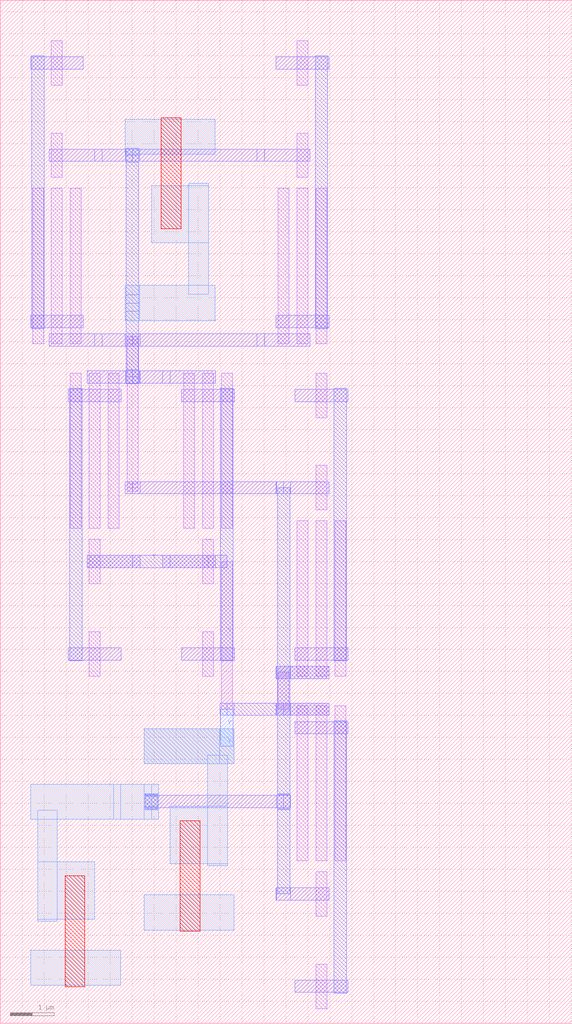
<source format=lef>
MACRO ANALOG
  ORIGIN 0 0 ;
  FOREIGN ANALOG 0 0 ;
  SIZE 13.02 BY 23.27 ;
  PIN Y
    DIRECTION INOUT ;
    USE SIGNAL ;
    PORT 
      LAYER M4 ;
        RECT 3.275 5.9 5.325 6.7 ;
      LAYER M2 ;
        RECT 6.28 7 7.48 7.28 ;
      LAYER M2 ;
        RECT 6.28 7.84 7.48 8.12 ;
      LAYER M2 ;
        RECT 6.29 7 6.61 7.28 ;
      LAYER M1 ;
        RECT 6.325 7.14 6.575 7.98 ;
      LAYER M2 ;
        RECT 6.29 7.84 6.61 8.12 ;
      LAYER M2 ;
        RECT 3.7 10.36 4.9 10.64 ;
      LAYER M2 ;
        RECT 1.98 10.36 3.18 10.64 ;
      LAYER M4 ;
        RECT 4.995 5.9 5.325 6.7 ;
      LAYER M3 ;
        RECT 5.02 6.3 5.3 7.14 ;
      LAYER M2 ;
        RECT 5.16 7 6.45 7.28 ;
      LAYER M2 ;
        RECT 5 7 5.32 7.28 ;
      LAYER M1 ;
        RECT 5.035 7.14 5.285 10.5 ;
      LAYER M2 ;
        RECT 4.73 10.36 5.16 10.64 ;
      LAYER M2 ;
        RECT 3.01 10.36 3.87 10.64 ;
    END
  END Y
  OBS 
  LAYER M4 ;
        RECT 0.695 4.64 2.745 5.44 ;
  LAYER M2 ;
        RECT 6.28 2.8 7.48 3.08 ;
  LAYER M2 ;
        RECT 6.28 12.04 7.48 12.32 ;
  LAYER M2 ;
        RECT 6.29 2.8 6.61 3.08 ;
  LAYER M3 ;
        RECT 6.31 2.94 6.59 12.18 ;
  LAYER M2 ;
        RECT 6.29 12.04 6.61 12.32 ;
  LAYER M2 ;
        RECT 1.12 15.4 2.32 15.68 ;
  LAYER M2 ;
        RECT 5.85 15.4 7.05 15.68 ;
  LAYER M4 ;
        RECT 2.58 4.64 3.44 5.44 ;
  LAYER M3 ;
        RECT 3.3 4.919 3.58 5.161 ;
  LAYER M2 ;
        RECT 3.44 4.9 6.45 5.18 ;
  LAYER M3 ;
        RECT 6.31 4.855 6.59 5.225 ;
  LAYER M2 ;
        RECT 3.01 12.04 6.45 12.32 ;
  LAYER M1 ;
        RECT 2.885 12.18 3.135 15.54 ;
  LAYER M2 ;
        RECT 2.15 15.4 3.01 15.68 ;
  LAYER M2 ;
        RECT 3.01 15.4 6.02 15.68 ;
  LAYER M2 ;
        RECT 3.28 4.9 3.6 5.18 ;
  LAYER M3 ;
        RECT 3.3 4.88 3.58 5.2 ;
  LAYER M2 ;
        RECT 6.29 4.9 6.61 5.18 ;
  LAYER M3 ;
        RECT 6.31 4.88 6.59 5.2 ;
  LAYER M3 ;
        RECT 3.3 4.855 3.58 5.225 ;
  LAYER M4 ;
        RECT 3.275 4.64 3.605 5.44 ;
  LAYER M2 ;
        RECT 6.29 4.9 6.61 5.18 ;
  LAYER M3 ;
        RECT 6.31 4.88 6.59 5.2 ;
  LAYER M1 ;
        RECT 2.885 12.095 3.135 12.265 ;
  LAYER M2 ;
        RECT 2.84 12.04 3.18 12.32 ;
  LAYER M1 ;
        RECT 2.885 15.455 3.135 15.625 ;
  LAYER M2 ;
        RECT 2.84 15.4 3.18 15.68 ;
  LAYER M2 ;
        RECT 6.29 4.9 6.61 5.18 ;
  LAYER M3 ;
        RECT 6.31 4.88 6.59 5.2 ;
  LAYER M1 ;
        RECT 2.885 12.095 3.135 12.265 ;
  LAYER M2 ;
        RECT 2.84 12.04 3.18 12.32 ;
  LAYER M1 ;
        RECT 2.885 15.455 3.135 15.625 ;
  LAYER M2 ;
        RECT 2.84 15.4 3.18 15.68 ;
  LAYER M2 ;
        RECT 6.29 4.9 6.61 5.18 ;
  LAYER M3 ;
        RECT 6.31 4.88 6.59 5.2 ;
  LAYER M1 ;
        RECT 2.885 12.095 3.135 12.265 ;
  LAYER M2 ;
        RECT 2.84 12.04 3.18 12.32 ;
  LAYER M1 ;
        RECT 2.885 15.455 3.135 15.625 ;
  LAYER M2 ;
        RECT 2.84 15.4 3.18 15.68 ;
  LAYER M2 ;
        RECT 6.29 4.9 6.61 5.18 ;
  LAYER M3 ;
        RECT 6.31 4.88 6.59 5.2 ;
  LAYER M1 ;
        RECT 2.885 12.095 3.135 12.265 ;
  LAYER M2 ;
        RECT 2.84 12.04 3.18 12.32 ;
  LAYER M1 ;
        RECT 2.885 15.455 3.135 15.625 ;
  LAYER M2 ;
        RECT 2.84 15.4 3.18 15.68 ;
  LAYER M2 ;
        RECT 6.29 4.9 6.61 5.18 ;
  LAYER M3 ;
        RECT 6.31 4.88 6.59 5.2 ;
  LAYER M2 ;
        RECT 1.98 14.56 3.18 14.84 ;
  LAYER M2 ;
        RECT 3.7 14.56 4.9 14.84 ;
  LAYER M4 ;
        RECT 2.845 15.98 4.895 16.78 ;
  LAYER M2 ;
        RECT 1.12 19.6 2.32 19.88 ;
  LAYER M2 ;
        RECT 5.85 19.6 7.05 19.88 ;
  LAYER M2 ;
        RECT 3.01 14.56 3.87 14.84 ;
  LAYER M2 ;
        RECT 2.85 14.56 3.17 14.84 ;
  LAYER M3 ;
        RECT 2.87 14.7 3.15 16.38 ;
  LAYER M4 ;
        RECT 2.845 15.98 3.175 16.78 ;
  LAYER M3 ;
        RECT 2.87 16.38 3.15 19.74 ;
  LAYER M2 ;
        RECT 2.15 19.6 3.01 19.88 ;
  LAYER M2 ;
        RECT 3.01 19.6 6.02 19.88 ;
  LAYER M2 ;
        RECT 2.85 14.56 3.17 14.84 ;
  LAYER M3 ;
        RECT 2.87 14.54 3.15 14.86 ;
  LAYER M3 ;
        RECT 2.87 16.195 3.15 16.565 ;
  LAYER M4 ;
        RECT 2.845 15.98 3.175 16.78 ;
  LAYER M2 ;
        RECT 2.85 14.56 3.17 14.84 ;
  LAYER M3 ;
        RECT 2.87 14.54 3.15 14.86 ;
  LAYER M3 ;
        RECT 2.87 16.195 3.15 16.565 ;
  LAYER M4 ;
        RECT 2.845 15.98 3.175 16.78 ;
  LAYER M2 ;
        RECT 2.85 14.56 3.17 14.84 ;
  LAYER M3 ;
        RECT 2.87 14.54 3.15 14.86 ;
  LAYER M2 ;
        RECT 2.85 19.6 3.17 19.88 ;
  LAYER M3 ;
        RECT 2.87 19.58 3.15 19.9 ;
  LAYER M3 ;
        RECT 2.87 16.195 3.15 16.565 ;
  LAYER M4 ;
        RECT 2.845 15.98 3.175 16.78 ;
  LAYER M2 ;
        RECT 2.85 14.56 3.17 14.84 ;
  LAYER M3 ;
        RECT 2.87 14.54 3.15 14.86 ;
  LAYER M2 ;
        RECT 2.85 19.6 3.17 19.88 ;
  LAYER M3 ;
        RECT 2.87 19.58 3.15 19.9 ;
  LAYER M3 ;
        RECT 2.87 16.195 3.15 16.565 ;
  LAYER M4 ;
        RECT 2.845 15.98 3.175 16.78 ;
  LAYER M2 ;
        RECT 2.85 14.56 3.17 14.84 ;
  LAYER M3 ;
        RECT 2.87 14.54 3.15 14.86 ;
  LAYER M2 ;
        RECT 2.85 19.6 3.17 19.88 ;
  LAYER M3 ;
        RECT 2.87 19.58 3.15 19.9 ;
  LAYER M3 ;
        RECT 2.87 16.195 3.15 16.565 ;
  LAYER M4 ;
        RECT 2.845 15.98 3.175 16.78 ;
  LAYER M2 ;
        RECT 2.85 14.56 3.17 14.84 ;
  LAYER M3 ;
        RECT 2.87 14.54 3.15 14.86 ;
  LAYER M2 ;
        RECT 2.85 19.6 3.17 19.88 ;
  LAYER M3 ;
        RECT 2.87 19.58 3.15 19.9 ;
  LAYER M3 ;
        RECT 2.87 16.195 3.15 16.565 ;
  LAYER M4 ;
        RECT 2.845 15.98 3.175 16.78 ;
  LAYER M1 ;
        RECT 7.185 3.695 7.435 7.225 ;
  LAYER M1 ;
        RECT 7.185 2.435 7.435 3.445 ;
  LAYER M1 ;
        RECT 7.185 0.335 7.435 1.345 ;
  LAYER M1 ;
        RECT 6.755 3.695 7.005 7.225 ;
  LAYER M1 ;
        RECT 7.615 3.695 7.865 7.225 ;
  LAYER M2 ;
        RECT 6.71 0.7 7.91 0.98 ;
  LAYER M2 ;
        RECT 6.71 6.58 7.91 6.86 ;
  LAYER M2 ;
        RECT 6.28 7 7.48 7.28 ;
  LAYER M2 ;
        RECT 6.28 2.8 7.48 3.08 ;
  LAYER M3 ;
        RECT 7.6 0.68 7.88 6.88 ;
  LAYER M1 ;
        RECT 7.185 7.895 7.435 11.425 ;
  LAYER M1 ;
        RECT 7.185 11.675 7.435 12.685 ;
  LAYER M1 ;
        RECT 7.185 13.775 7.435 14.785 ;
  LAYER M1 ;
        RECT 6.755 7.895 7.005 11.425 ;
  LAYER M1 ;
        RECT 7.615 7.895 7.865 11.425 ;
  LAYER M2 ;
        RECT 6.71 14.14 7.91 14.42 ;
  LAYER M2 ;
        RECT 6.71 8.26 7.91 8.54 ;
  LAYER M2 ;
        RECT 6.28 7.84 7.48 8.12 ;
  LAYER M2 ;
        RECT 6.28 12.04 7.48 12.32 ;
  LAYER M3 ;
        RECT 7.6 8.24 7.88 14.44 ;
  LAYER M4 ;
        RECT 3.44 17.75 4.74 19.05 ;
  LAYER M4 ;
        RECT 4.29 16.58 4.74 19.1 ;
  LAYER M5 ;
        RECT 3.665 18.07 4.115 20.59 ;
  LAYER M4 ;
        RECT 2.845 19.76 4.895 20.56 ;
  LAYER M4 ;
        RECT 2.845 15.98 4.895 16.78 ;
  LAYER M4 ;
        RECT 0.85 2.37 2.15 3.67 ;
  LAYER M4 ;
        RECT 0.85 2.32 1.3 4.84 ;
  LAYER M5 ;
        RECT 1.475 0.83 1.925 3.35 ;
  LAYER M4 ;
        RECT 0.695 0.86 2.745 1.66 ;
  LAYER M4 ;
        RECT 0.695 4.64 2.745 5.44 ;
  LAYER M4 ;
        RECT 3.87 3.63 5.17 4.93 ;
  LAYER M4 ;
        RECT 4.72 3.58 5.17 6.1 ;
  LAYER M5 ;
        RECT 4.095 2.09 4.545 4.61 ;
  LAYER M4 ;
        RECT 3.275 2.12 5.325 2.92 ;
  LAYER M4 ;
        RECT 3.275 5.9 5.325 6.7 ;
  LAYER M1 ;
        RECT 2.025 11.255 2.275 14.785 ;
  LAYER M1 ;
        RECT 2.025 9.995 2.275 11.005 ;
  LAYER M1 ;
        RECT 2.025 7.895 2.275 8.905 ;
  LAYER M1 ;
        RECT 2.455 11.255 2.705 14.785 ;
  LAYER M1 ;
        RECT 1.595 11.255 1.845 14.785 ;
  LAYER M2 ;
        RECT 1.55 8.26 2.75 8.54 ;
  LAYER M2 ;
        RECT 1.55 14.14 2.75 14.42 ;
  LAYER M2 ;
        RECT 1.98 14.56 3.18 14.84 ;
  LAYER M2 ;
        RECT 1.98 10.36 3.18 10.64 ;
  LAYER M3 ;
        RECT 1.58 8.24 1.86 14.44 ;
  LAYER M1 ;
        RECT 1.165 15.455 1.415 18.985 ;
  LAYER M1 ;
        RECT 1.165 19.235 1.415 20.245 ;
  LAYER M1 ;
        RECT 1.165 21.335 1.415 22.345 ;
  LAYER M1 ;
        RECT 1.595 15.455 1.845 18.985 ;
  LAYER M1 ;
        RECT 0.735 15.455 0.985 18.985 ;
  LAYER M2 ;
        RECT 0.69 21.7 1.89 21.98 ;
  LAYER M2 ;
        RECT 0.69 15.82 1.89 16.1 ;
  LAYER M2 ;
        RECT 1.12 15.4 2.32 15.68 ;
  LAYER M2 ;
        RECT 1.12 19.6 2.32 19.88 ;
  LAYER M3 ;
        RECT 0.72 15.8 1 22 ;
  LAYER M1 ;
        RECT 6.755 15.455 7.005 18.985 ;
  LAYER M1 ;
        RECT 6.755 19.235 7.005 20.245 ;
  LAYER M1 ;
        RECT 6.755 21.335 7.005 22.345 ;
  LAYER M1 ;
        RECT 6.325 15.455 6.575 18.985 ;
  LAYER M1 ;
        RECT 7.185 15.455 7.435 18.985 ;
  LAYER M2 ;
        RECT 6.28 21.7 7.48 21.98 ;
  LAYER M2 ;
        RECT 6.28 15.82 7.48 16.1 ;
  LAYER M2 ;
        RECT 5.85 15.4 7.05 15.68 ;
  LAYER M2 ;
        RECT 5.85 19.6 7.05 19.88 ;
  LAYER M3 ;
        RECT 7.17 15.8 7.45 22 ;
  LAYER M1 ;
        RECT 4.605 11.255 4.855 14.785 ;
  LAYER M1 ;
        RECT 4.605 9.995 4.855 11.005 ;
  LAYER M1 ;
        RECT 4.605 7.895 4.855 8.905 ;
  LAYER M1 ;
        RECT 4.175 11.255 4.425 14.785 ;
  LAYER M1 ;
        RECT 5.035 11.255 5.285 14.785 ;
  LAYER M2 ;
        RECT 4.13 8.26 5.33 8.54 ;
  LAYER M2 ;
        RECT 4.13 14.14 5.33 14.42 ;
  LAYER M2 ;
        RECT 3.7 14.56 4.9 14.84 ;
  LAYER M2 ;
        RECT 3.7 10.36 4.9 10.64 ;
  LAYER M3 ;
        RECT 5.02 8.24 5.3 14.44 ;
  END 
END ANALOG

</source>
